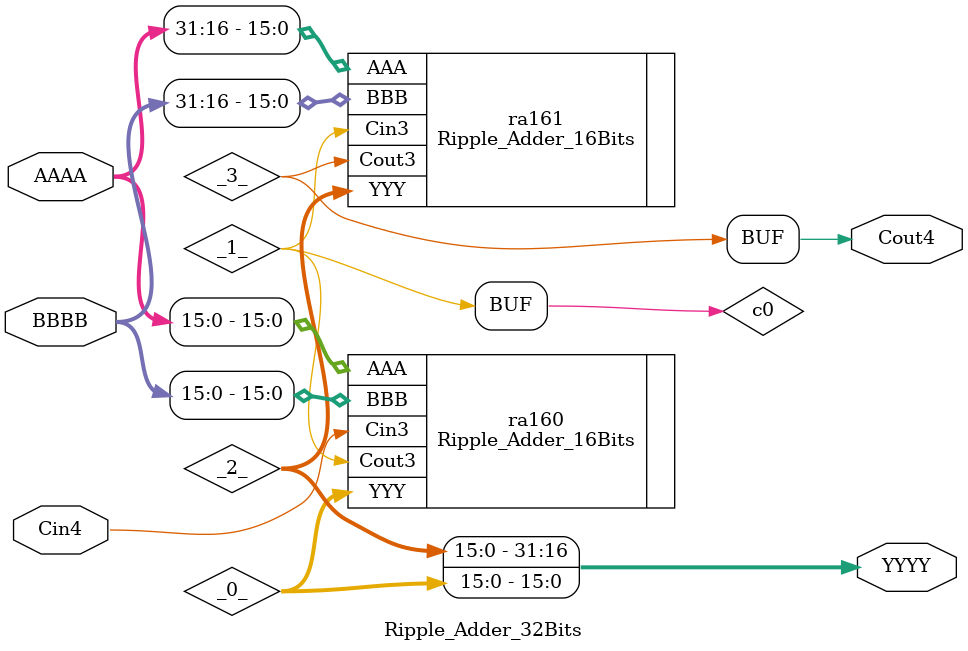
<source format=v>
/* Generated by Yosys 0.18+40 (git sha1 42721b6a1, clang 10.0.0-4ubuntu1 -fPIC -Os) */

module Ripple_Adder_32Bits(AAAA, BBBB, Cin4, YYYY, Cout4);
  wire [15:0] _0_;
  wire _1_;
  wire [15:0] _2_;
  wire _3_;
  input [31:0] AAAA;
  wire [31:0] AAAA;
  input [31:0] BBBB;
  wire [31:0] BBBB;
  input Cin4;
  wire Cin4;
  output Cout4;
  wire Cout4;
  output [31:0] YYYY;
  wire [31:0] YYYY;
  wire c0;
  Ripple_Adder_16Bits ra160 (
    .AAA(AAAA[15:0]),
    .BBB(BBBB[15:0]),
    .Cin3(Cin4),
    .Cout3(_1_),
    .YYY(_0_)
  );
  Ripple_Adder_16Bits ra161 (
    .AAA(AAAA[31:16]),
    .BBB(BBBB[31:16]),
    .Cin3(c0),
    .Cout3(_3_),
    .YYY(_2_)
  );
  assign c0 = _1_;
  assign YYYY = { _2_, _0_ };
  assign Cout4 = _3_;
endmodule

</source>
